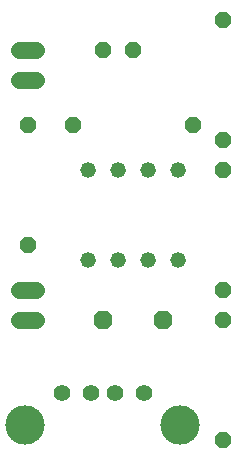
<source format=gbr>
G04 EAGLE Gerber RS-274X export*
G75*
%MOMM*%
%FSLAX34Y34*%
%LPD*%
%INBottom Copper*%
%IPPOS*%
%AMOC8*
5,1,8,0,0,1.08239X$1,22.5*%
G01*
%ADD10C,1.422400*%
%ADD11P,1.429621X8X22.500000*%
%ADD12P,1.429621X8X292.500000*%
%ADD13P,1.429621X8X112.500000*%
%ADD14C,1.320800*%
%ADD15P,1.732040X8X22.500000*%
%ADD16C,1.422400*%
%ADD17C,3.327400*%


D10*
X43688Y330200D02*
X57912Y330200D01*
X57912Y355600D02*
X43688Y355600D01*
X43688Y127000D02*
X57912Y127000D01*
X57912Y152400D02*
X43688Y152400D01*
D11*
X114300Y355600D03*
X139700Y355600D03*
X88900Y292100D03*
X190500Y292100D03*
D12*
X215900Y381000D03*
X215900Y279400D03*
D13*
X50800Y190500D03*
X50800Y292100D03*
D14*
X101600Y177800D03*
X127000Y177800D03*
X127000Y254000D03*
X101600Y254000D03*
X152400Y177800D03*
X177800Y177800D03*
X152400Y254000D03*
X177800Y254000D03*
D15*
X114300Y127000D03*
X165100Y127000D03*
D12*
X215900Y254000D03*
X215900Y152400D03*
X215900Y127000D03*
X215900Y25400D03*
D16*
X79375Y65278D03*
X104267Y65278D03*
X124333Y65278D03*
X149225Y65278D03*
D17*
X179959Y38100D03*
X48641Y38100D03*
M02*

</source>
